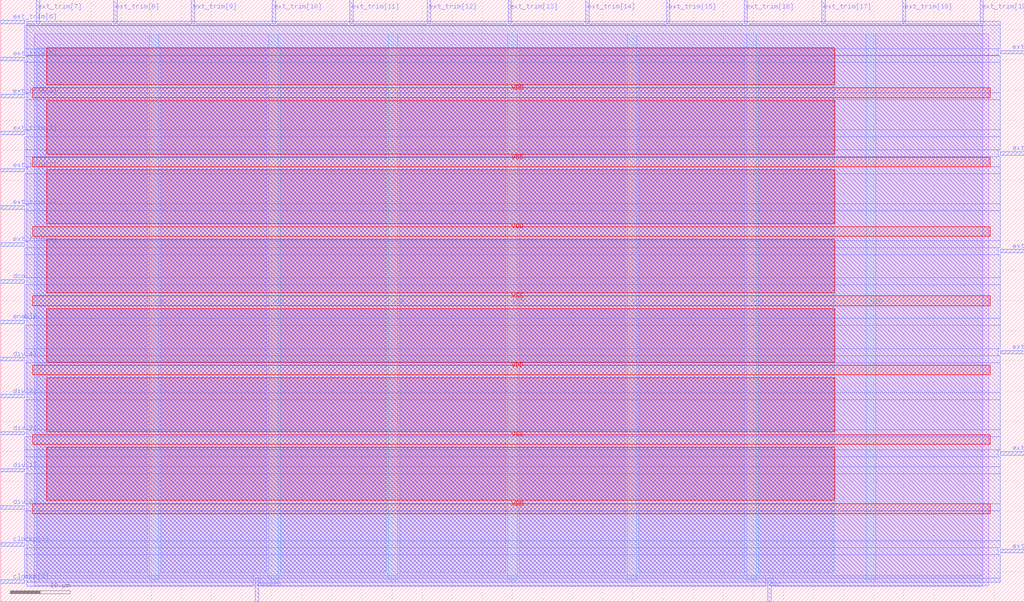
<source format=lef>
VERSION 5.7 ;
  NOWIREEXTENSIONATPIN ON ;
  DIVIDERCHAR "/" ;
  BUSBITCHARS "[]" ;
MACRO digital_pll
  CLASS BLOCK ;
  FOREIGN digital_pll ;
  ORIGIN 0.000 0.000 ;
  SIZE 170.000 BY 100.000 ;
  PIN VDD
    DIRECTION INOUT ;
    USE POWER ;
    PORT
      LAYER Metal4 ;
        RECT 24.650 3.620 26.250 94.380 ;
    END
    PORT
      LAYER Metal4 ;
        RECT 64.350 3.620 65.950 94.380 ;
    END
    PORT
      LAYER Metal4 ;
        RECT 104.050 3.620 105.650 94.380 ;
    END
    PORT
      LAYER Metal4 ;
        RECT 143.750 3.620 145.350 94.380 ;
    END
    PORT
      LAYER Metal5 ;
        RECT 5.300 14.640 164.380 16.240 ;
    END
    PORT
      LAYER Metal5 ;
        RECT 5.300 37.680 164.380 39.280 ;
    END
    PORT
      LAYER Metal5 ;
        RECT 5.300 60.720 164.380 62.320 ;
    END
    PORT
      LAYER Metal5 ;
        RECT 5.300 83.760 164.380 85.360 ;
    END
  END VDD
  PIN VSS
    DIRECTION INOUT ;
    USE GROUND ;
    PORT
      LAYER Metal4 ;
        RECT 44.500 3.620 46.100 94.380 ;
    END
    PORT
      LAYER Metal4 ;
        RECT 84.200 3.620 85.800 94.380 ;
    END
    PORT
      LAYER Metal4 ;
        RECT 123.900 3.620 125.500 94.380 ;
    END
    PORT
      LAYER Metal5 ;
        RECT 5.300 26.160 164.380 27.760 ;
    END
    PORT
      LAYER Metal5 ;
        RECT 5.300 49.200 164.380 50.800 ;
    END
    PORT
      LAYER Metal5 ;
        RECT 5.300 72.240 164.380 73.840 ;
    END
  END VSS
  PIN clockp[0]
    DIRECTION OUTPUT TRISTATE ;
    USE SIGNAL ;
    PORT
      LAYER Metal3 ;
        RECT 0.000 3.080 4.000 3.640 ;
    END
  END clockp[0]
  PIN clockp[1]
    DIRECTION OUTPUT TRISTATE ;
    USE SIGNAL ;
    PORT
      LAYER Metal3 ;
        RECT 0.000 9.240 4.000 9.800 ;
    END
  END clockp[1]
  PIN dco
    DIRECTION INPUT ;
    USE SIGNAL ;
    PORT
      LAYER Metal3 ;
        RECT 0.000 52.920 4.000 53.480 ;
    END
  END dco
  PIN div[0]
    DIRECTION INPUT ;
    USE SIGNAL ;
    PORT
      LAYER Metal3 ;
        RECT 0.000 15.400 4.000 15.960 ;
    END
  END div[0]
  PIN div[1]
    DIRECTION INPUT ;
    USE SIGNAL ;
    PORT
      LAYER Metal3 ;
        RECT 0.000 21.560 4.000 22.120 ;
    END
  END div[1]
  PIN div[2]
    DIRECTION INPUT ;
    USE SIGNAL ;
    PORT
      LAYER Metal3 ;
        RECT 0.000 27.720 4.000 28.280 ;
    END
  END div[2]
  PIN div[3]
    DIRECTION INPUT ;
    USE SIGNAL ;
    PORT
      LAYER Metal3 ;
        RECT 0.000 33.880 4.000 34.440 ;
    END
  END div[3]
  PIN div[4]
    DIRECTION INPUT ;
    USE SIGNAL ;
    PORT
      LAYER Metal3 ;
        RECT 0.000 40.040 4.000 40.600 ;
    END
  END div[4]
  PIN enable
    DIRECTION INPUT ;
    USE SIGNAL ;
    PORT
      LAYER Metal3 ;
        RECT 0.000 46.200 4.000 46.760 ;
    END
  END enable
  PIN ext_trim[0]
    DIRECTION INPUT ;
    USE SIGNAL ;
    PORT
      LAYER Metal3 ;
        RECT 0.000 59.080 4.000 59.640 ;
    END
  END ext_trim[0]
  PIN ext_trim[10]
    DIRECTION INPUT ;
    USE SIGNAL ;
    PORT
      LAYER Metal2 ;
        RECT 45.080 96.000 45.640 100.000 ;
    END
  END ext_trim[10]
  PIN ext_trim[11]
    DIRECTION INPUT ;
    USE SIGNAL ;
    PORT
      LAYER Metal2 ;
        RECT 57.960 96.000 58.520 100.000 ;
    END
  END ext_trim[11]
  PIN ext_trim[12]
    DIRECTION INPUT ;
    USE SIGNAL ;
    PORT
      LAYER Metal2 ;
        RECT 70.840 96.000 71.400 100.000 ;
    END
  END ext_trim[12]
  PIN ext_trim[13]
    DIRECTION INPUT ;
    USE SIGNAL ;
    PORT
      LAYER Metal2 ;
        RECT 84.280 96.000 84.840 100.000 ;
    END
  END ext_trim[13]
  PIN ext_trim[14]
    DIRECTION INPUT ;
    USE SIGNAL ;
    PORT
      LAYER Metal2 ;
        RECT 97.160 96.000 97.720 100.000 ;
    END
  END ext_trim[14]
  PIN ext_trim[15]
    DIRECTION INPUT ;
    USE SIGNAL ;
    PORT
      LAYER Metal2 ;
        RECT 110.600 96.000 111.160 100.000 ;
    END
  END ext_trim[15]
  PIN ext_trim[16]
    DIRECTION INPUT ;
    USE SIGNAL ;
    PORT
      LAYER Metal2 ;
        RECT 123.480 96.000 124.040 100.000 ;
    END
  END ext_trim[16]
  PIN ext_trim[17]
    DIRECTION INPUT ;
    USE SIGNAL ;
    PORT
      LAYER Metal2 ;
        RECT 136.360 96.000 136.920 100.000 ;
    END
  END ext_trim[17]
  PIN ext_trim[18]
    DIRECTION INPUT ;
    USE SIGNAL ;
    PORT
      LAYER Metal2 ;
        RECT 149.800 96.000 150.360 100.000 ;
    END
  END ext_trim[18]
  PIN ext_trim[19]
    DIRECTION INPUT ;
    USE SIGNAL ;
    PORT
      LAYER Metal2 ;
        RECT 162.680 96.000 163.240 100.000 ;
    END
  END ext_trim[19]
  PIN ext_trim[1]
    DIRECTION INPUT ;
    USE SIGNAL ;
    PORT
      LAYER Metal3 ;
        RECT 0.000 65.240 4.000 65.800 ;
    END
  END ext_trim[1]
  PIN ext_trim[20]
    DIRECTION INPUT ;
    USE SIGNAL ;
    PORT
      LAYER Metal3 ;
        RECT 166.000 91.000 170.000 91.560 ;
    END
  END ext_trim[20]
  PIN ext_trim[21]
    DIRECTION INPUT ;
    USE SIGNAL ;
    PORT
      LAYER Metal3 ;
        RECT 166.000 74.200 170.000 74.760 ;
    END
  END ext_trim[21]
  PIN ext_trim[22]
    DIRECTION INPUT ;
    USE SIGNAL ;
    PORT
      LAYER Metal3 ;
        RECT 166.000 57.960 170.000 58.520 ;
    END
  END ext_trim[22]
  PIN ext_trim[23]
    DIRECTION INPUT ;
    USE SIGNAL ;
    PORT
      LAYER Metal3 ;
        RECT 166.000 41.160 170.000 41.720 ;
    END
  END ext_trim[23]
  PIN ext_trim[24]
    DIRECTION INPUT ;
    USE SIGNAL ;
    PORT
      LAYER Metal3 ;
        RECT 166.000 24.360 170.000 24.920 ;
    END
  END ext_trim[24]
  PIN ext_trim[25]
    DIRECTION INPUT ;
    USE SIGNAL ;
    PORT
      LAYER Metal3 ;
        RECT 166.000 8.120 170.000 8.680 ;
    END
  END ext_trim[25]
  PIN ext_trim[2]
    DIRECTION INPUT ;
    USE SIGNAL ;
    PORT
      LAYER Metal3 ;
        RECT 0.000 71.400 4.000 71.960 ;
    END
  END ext_trim[2]
  PIN ext_trim[3]
    DIRECTION INPUT ;
    USE SIGNAL ;
    PORT
      LAYER Metal3 ;
        RECT 0.000 77.560 4.000 78.120 ;
    END
  END ext_trim[3]
  PIN ext_trim[4]
    DIRECTION INPUT ;
    USE SIGNAL ;
    PORT
      LAYER Metal3 ;
        RECT 0.000 83.720 4.000 84.280 ;
    END
  END ext_trim[4]
  PIN ext_trim[5]
    DIRECTION INPUT ;
    USE SIGNAL ;
    PORT
      LAYER Metal3 ;
        RECT 0.000 89.880 4.000 90.440 ;
    END
  END ext_trim[5]
  PIN ext_trim[6]
    DIRECTION INPUT ;
    USE SIGNAL ;
    PORT
      LAYER Metal3 ;
        RECT 0.000 96.040 4.000 96.600 ;
    END
  END ext_trim[6]
  PIN ext_trim[7]
    DIRECTION INPUT ;
    USE SIGNAL ;
    PORT
      LAYER Metal2 ;
        RECT 5.880 96.000 6.440 100.000 ;
    END
  END ext_trim[7]
  PIN ext_trim[8]
    DIRECTION INPUT ;
    USE SIGNAL ;
    PORT
      LAYER Metal2 ;
        RECT 18.760 96.000 19.320 100.000 ;
    END
  END ext_trim[8]
  PIN ext_trim[9]
    DIRECTION INPUT ;
    USE SIGNAL ;
    PORT
      LAYER Metal2 ;
        RECT 31.640 96.000 32.200 100.000 ;
    END
  END ext_trim[9]
  PIN osc
    DIRECTION INPUT ;
    USE SIGNAL ;
    PORT
      LAYER Metal2 ;
        RECT 127.400 0.000 127.960 4.000 ;
    END
  END osc
  PIN resetb
    DIRECTION INPUT ;
    USE SIGNAL ;
    PORT
      LAYER Metal2 ;
        RECT 42.280 0.000 42.840 4.000 ;
    END
  END resetb
  OBS
      LAYER Metal1 ;
        RECT 5.600 2.670 164.080 94.380 ;
      LAYER Metal2 ;
        RECT 4.340 95.700 5.580 96.000 ;
        RECT 6.740 95.700 18.460 96.000 ;
        RECT 19.620 95.700 31.340 96.000 ;
        RECT 32.500 95.700 44.780 96.000 ;
        RECT 45.940 95.700 57.660 96.000 ;
        RECT 58.820 95.700 70.540 96.000 ;
        RECT 71.700 95.700 83.980 96.000 ;
        RECT 85.140 95.700 96.860 96.000 ;
        RECT 98.020 95.700 110.300 96.000 ;
        RECT 111.460 95.700 123.180 96.000 ;
        RECT 124.340 95.700 136.060 96.000 ;
        RECT 137.220 95.700 149.500 96.000 ;
        RECT 150.660 95.700 162.380 96.000 ;
        RECT 4.340 4.300 163.100 95.700 ;
        RECT 4.340 2.610 41.980 4.300 ;
        RECT 43.140 2.610 127.100 4.300 ;
        RECT 128.260 2.610 163.100 4.300 ;
      LAYER Metal3 ;
        RECT 4.300 95.740 166.000 96.460 ;
        RECT 4.000 91.860 166.000 95.740 ;
        RECT 4.000 90.740 165.700 91.860 ;
        RECT 4.300 90.700 165.700 90.740 ;
        RECT 4.300 89.580 166.000 90.700 ;
        RECT 4.000 84.580 166.000 89.580 ;
        RECT 4.300 83.420 166.000 84.580 ;
        RECT 4.000 78.420 166.000 83.420 ;
        RECT 4.300 77.260 166.000 78.420 ;
        RECT 4.000 75.060 166.000 77.260 ;
        RECT 4.000 73.900 165.700 75.060 ;
        RECT 4.000 72.260 166.000 73.900 ;
        RECT 4.300 71.100 166.000 72.260 ;
        RECT 4.000 66.100 166.000 71.100 ;
        RECT 4.300 64.940 166.000 66.100 ;
        RECT 4.000 59.940 166.000 64.940 ;
        RECT 4.300 58.820 166.000 59.940 ;
        RECT 4.300 58.780 165.700 58.820 ;
        RECT 4.000 57.660 165.700 58.780 ;
        RECT 4.000 53.780 166.000 57.660 ;
        RECT 4.300 52.620 166.000 53.780 ;
        RECT 4.000 47.060 166.000 52.620 ;
        RECT 4.300 45.900 166.000 47.060 ;
        RECT 4.000 42.020 166.000 45.900 ;
        RECT 4.000 40.900 165.700 42.020 ;
        RECT 4.300 40.860 165.700 40.900 ;
        RECT 4.300 39.740 166.000 40.860 ;
        RECT 4.000 34.740 166.000 39.740 ;
        RECT 4.300 33.580 166.000 34.740 ;
        RECT 4.000 28.580 166.000 33.580 ;
        RECT 4.300 27.420 166.000 28.580 ;
        RECT 4.000 25.220 166.000 27.420 ;
        RECT 4.000 24.060 165.700 25.220 ;
        RECT 4.000 22.420 166.000 24.060 ;
        RECT 4.300 21.260 166.000 22.420 ;
        RECT 4.000 16.260 166.000 21.260 ;
        RECT 4.300 15.100 166.000 16.260 ;
        RECT 4.000 10.100 166.000 15.100 ;
        RECT 4.300 8.980 166.000 10.100 ;
        RECT 4.300 8.940 165.700 8.980 ;
        RECT 4.000 7.820 165.700 8.940 ;
        RECT 4.000 3.940 166.000 7.820 ;
        RECT 4.300 3.220 166.000 3.940 ;
      LAYER Metal4 ;
        RECT 6.020 4.850 24.350 92.030 ;
        RECT 26.550 4.850 44.200 92.030 ;
        RECT 46.400 4.850 64.050 92.030 ;
        RECT 66.250 4.850 83.900 92.030 ;
        RECT 86.100 4.850 103.750 92.030 ;
        RECT 105.950 4.850 123.600 92.030 ;
        RECT 125.800 4.850 138.460 92.030 ;
      LAYER Metal5 ;
        RECT 7.620 85.860 138.540 92.020 ;
        RECT 7.620 74.340 138.540 83.260 ;
        RECT 7.620 62.820 138.540 71.740 ;
        RECT 7.620 51.300 138.540 60.220 ;
        RECT 7.620 39.780 138.540 48.700 ;
        RECT 7.620 28.260 138.540 37.180 ;
        RECT 7.620 16.880 138.540 25.660 ;
  END
END digital_pll
END LIBRARY


</source>
